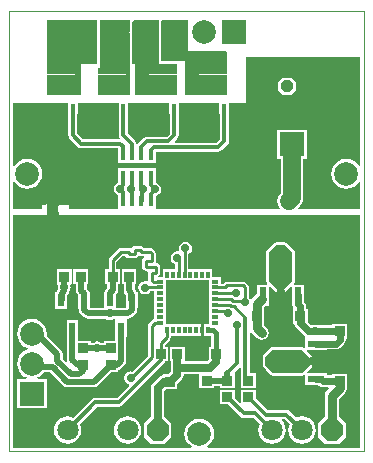
<source format=gtl>
G04*
G04 #@! TF.GenerationSoftware,Altium Limited,Altium Designer,20.1.11 (218)*
G04*
G04 Layer_Physical_Order=1*
G04 Layer_Color=255*
%FSLAX44Y44*%
%MOMM*%
G71*
G04*
G04 #@! TF.SameCoordinates,7590A8BC-6F61-42B1-8E90-CD4C0DD3AB11*
G04*
G04*
G04 #@! TF.FilePolarity,Positive*
G04*
G01*
G75*
%ADD10C,0.2500*%
%ADD15C,0.1000*%
%ADD16R,0.8500X0.8500*%
%ADD17R,0.8500X0.8500*%
%ADD18R,0.6000X1.0000*%
%ADD19R,1.4000X0.6000*%
%ADD20R,1.2000X0.6500*%
%ADD21R,0.6000X1.4000*%
%ADD22R,0.6500X1.2000*%
%ADD23R,0.4200X0.5400*%
%ADD24R,0.4200X0.7000*%
%ADD25R,0.4500X0.8500*%
%ADD26R,3.4500X3.4500*%
%ADD27R,0.6000X0.3000*%
%ADD28R,0.3000X0.6000*%
%ADD29R,2.3700X1.7100*%
%ADD53R,1.0000X0.5000*%
%ADD54C,0.5800*%
%ADD55C,0.6500*%
%ADD56C,1.5000*%
%ADD57C,0.8000*%
%ADD58C,0.5000*%
%ADD59C,0.7000*%
%ADD60C,0.4000*%
%ADD61C,0.3400*%
%ADD62C,0.3500*%
%ADD63C,2.0000*%
%ADD64R,2.0000X2.0000*%
%ADD65C,1.8000*%
%ADD66P,1.9483X8X202.5*%
%ADD67P,1.0824X8X202.5*%
%ADD68C,1.0000*%
%ADD69R,2.0000X2.0000*%
%ADD70C,0.7000*%
G36*
X74211Y328257D02*
X60327D01*
Y302000D01*
X55595D01*
Y319100D01*
X31895D01*
Y365313D01*
X74211D01*
Y328257D01*
D02*
G37*
G36*
X150750Y365063D02*
Y338871D01*
X183273D01*
X183995Y338149D01*
Y319100D01*
X160295D01*
Y302000D01*
X148250D01*
Y330831D01*
X128539D01*
Y364277D01*
X129439Y365173D01*
X150750Y365063D01*
D02*
G37*
G36*
X126500Y328344D02*
X141595D01*
Y319100D01*
X117895D01*
Y302000D01*
X116625Y302000D01*
X106454D01*
X106366Y328344D01*
X103862D01*
X103812Y353631D01*
X103786Y353761D01*
X103795Y353894D01*
X103649Y355000D01*
X103789Y356066D01*
X103780Y356202D01*
X103807Y356336D01*
X103792Y363918D01*
X105059Y365188D01*
X126500D01*
Y328344D01*
D02*
G37*
G36*
X101750Y365188D02*
X101768Y356332D01*
X101592Y355000D01*
X101773Y353627D01*
X101873Y302899D01*
X100976Y302000D01*
X98595D01*
Y319100D01*
X76250D01*
Y365313D01*
X101625D01*
X101750Y365188D01*
D02*
G37*
G36*
X92400Y285500D02*
X92677D01*
Y267732D01*
X92968Y266269D01*
X93431Y265575D01*
X92767Y264305D01*
X62108D01*
X57323Y269090D01*
Y285500D01*
X57600D01*
Y294750D01*
X92400D01*
Y285500D01*
D02*
G37*
G36*
X177800D02*
X178077D01*
Y264122D01*
X175316Y261362D01*
X140422D01*
X139936Y262535D01*
X142204Y264802D01*
X143032Y266043D01*
X143323Y267506D01*
Y285500D01*
X143600D01*
Y294750D01*
X177800D01*
Y285500D01*
D02*
G37*
G36*
X135400D02*
X135677D01*
Y269090D01*
X132948Y266362D01*
X116288D01*
X114825Y266070D01*
X113584Y265242D01*
X109046Y260704D01*
X108843Y260400D01*
X108163Y260444D01*
X107961Y260530D01*
X107527Y260716D01*
X107282Y261945D01*
X106454Y263185D01*
X100323Y269315D01*
Y285500D01*
X100600D01*
Y294750D01*
X135400D01*
Y285500D01*
D02*
G37*
G36*
X296941Y242021D02*
X295671Y241626D01*
X293915Y243915D01*
X291304Y245919D01*
X288263Y247178D01*
X285000Y247608D01*
X281737Y247178D01*
X278696Y245919D01*
X276085Y243915D01*
X274081Y241304D01*
X272822Y238263D01*
X272392Y235000D01*
X272822Y231737D01*
X274081Y228696D01*
X276085Y226085D01*
X278696Y224081D01*
X281737Y222822D01*
X285000Y222392D01*
X288263Y222822D01*
X291304Y224081D01*
X293915Y226085D01*
X295671Y228374D01*
X296941Y227979D01*
Y205000D01*
X244847D01*
X244321Y206270D01*
X245975Y207924D01*
X247498Y209909D01*
X248456Y212220D01*
X248782Y214700D01*
Y247500D01*
X251700D01*
Y272500D01*
X226700D01*
Y247500D01*
X229618D01*
Y218637D01*
X228202Y216791D01*
X227245Y214480D01*
X226918Y212000D01*
X227245Y209520D01*
X228202Y207209D01*
X228922Y206270D01*
X228296Y205000D01*
X125313D01*
X124250Y205500D01*
X124250Y206270D01*
Y216582D01*
X125051Y216742D01*
X126870Y217957D01*
X128085Y219776D01*
X128512Y221922D01*
X128085Y224069D01*
X126870Y225888D01*
X125051Y227103D01*
X124000Y227312D01*
Y239500D01*
X91500D01*
Y227361D01*
X89785Y226215D01*
X88569Y224396D01*
X88142Y222250D01*
X88569Y220104D01*
X89785Y218285D01*
X91500Y217139D01*
Y206270D01*
X91500Y205500D01*
X90437Y205000D01*
X51117D01*
X49968Y206220D01*
Y209000D01*
X42779D01*
X42205Y209384D01*
X41424Y209539D01*
X31424D01*
X30644Y209384D01*
X30069Y209000D01*
X27915D01*
Y205000D01*
X3059D01*
Y227979D01*
X4329Y228374D01*
X6085Y226085D01*
X8696Y224081D01*
X11737Y222822D01*
X15000Y222392D01*
X18263Y222822D01*
X21304Y224081D01*
X23915Y226085D01*
X25919Y228696D01*
X27178Y231737D01*
X27608Y235000D01*
X27178Y238263D01*
X25919Y241304D01*
X23915Y243915D01*
X21304Y245919D01*
X18263Y247178D01*
X15000Y247608D01*
X11737Y247178D01*
X8696Y245919D01*
X6085Y243915D01*
X4329Y241626D01*
X3059Y242021D01*
Y294750D01*
X49400D01*
Y285500D01*
X49677D01*
Y267506D01*
X49968Y266043D01*
X50796Y264802D01*
X57821Y257778D01*
X59061Y256949D01*
X60524Y256658D01*
X91500D01*
Y244500D01*
X124250D01*
Y253715D01*
X176900D01*
X178363Y254006D01*
X179604Y254834D01*
X184604Y259834D01*
X185432Y261075D01*
X185723Y262538D01*
Y285500D01*
X186000D01*
Y294750D01*
X200069D01*
Y333657D01*
X296941D01*
Y242021D01*
D02*
G37*
G36*
X41424Y202500D02*
X31424D01*
Y207500D01*
X41424D01*
Y202500D01*
D02*
G37*
G36*
X296941Y3059D02*
X167779D01*
X167379Y4329D01*
X169665Y6083D01*
X171669Y8694D01*
X172928Y11735D01*
X173358Y14998D01*
X172928Y18261D01*
X171669Y21302D01*
X169665Y23913D01*
X167054Y25917D01*
X164013Y27176D01*
X160750Y27606D01*
X157487Y27176D01*
X154446Y25917D01*
X151835Y23913D01*
X149831Y21302D01*
X148572Y18261D01*
X148142Y14998D01*
X148572Y11735D01*
X149831Y8694D01*
X151835Y6083D01*
X154121Y4329D01*
X153721Y3059D01*
X3059D01*
Y200000D01*
X296941D01*
Y3059D01*
D02*
G37*
%LPC*%
G36*
X238750Y316500D02*
X231250D01*
X227500Y312750D01*
Y305250D01*
X231250Y301500D01*
X238750D01*
X242500Y305250D01*
Y312750D01*
X238750Y316500D01*
D02*
G37*
G36*
X149000Y177608D02*
X146854Y177181D01*
X145035Y175965D01*
X143819Y174146D01*
X143392Y172000D01*
X143742Y170244D01*
X143076Y169353D01*
X142766Y169144D01*
X142000Y169296D01*
X139854Y168869D01*
X138035Y167654D01*
X136819Y165834D01*
X136392Y163688D01*
X136819Y161542D01*
X138035Y159723D01*
X139854Y158507D01*
X139901Y158498D01*
Y154750D01*
X129750D01*
Y147250D01*
X126136D01*
X125751Y148520D01*
X126333Y148909D01*
X127051Y149984D01*
X127303Y151252D01*
Y156292D01*
X127051Y157560D01*
X126333Y158635D01*
X125258Y159353D01*
X124625Y159479D01*
X123935Y159853D01*
X123707Y160875D01*
X123797Y161332D01*
Y167535D01*
X123545Y168804D01*
X122827Y169879D01*
X122740Y169965D01*
X122740Y169965D01*
X121362Y171343D01*
X120287Y172061D01*
X119019Y172314D01*
X113926D01*
X113364Y173154D01*
X112289Y173873D01*
X111021Y174125D01*
X105981D01*
X104713Y173873D01*
X103638Y173154D01*
X102920Y172079D01*
X102464Y171891D01*
X102209Y172061D01*
X100941Y172314D01*
X94335D01*
X93067Y172061D01*
X91992Y171343D01*
X84921Y164272D01*
X84203Y163197D01*
X83950Y161929D01*
Y154250D01*
X81014D01*
Y141750D01*
X82676D01*
Y138151D01*
X82020Y137494D01*
X81025Y136006D01*
X80825Y135000D01*
X79764D01*
Y121338D01*
X68081D01*
X67839Y121579D01*
Y127437D01*
X67827Y127500D01*
Y134861D01*
X67163D01*
X66935Y136006D01*
X65940Y137494D01*
X65423Y138012D01*
Y141611D01*
X66577D01*
Y154111D01*
X54077D01*
Y141611D01*
X56247D01*
Y136111D01*
X56596Y134355D01*
X57591Y132867D01*
X57827Y132631D01*
Y120861D01*
X58663D01*
Y119679D01*
X59012Y117923D01*
X60007Y116435D01*
X62936Y113506D01*
X64424Y112511D01*
X66180Y112162D01*
X81967D01*
X82854Y111569D01*
X85000Y111142D01*
X87146Y111569D01*
X87783Y111995D01*
X89114Y111668D01*
X89264Y111000D01*
X89264Y110892D01*
Y97000D01*
X89676D01*
Y93750D01*
X79714D01*
Y92019D01*
X77329D01*
X76441Y92611D01*
X74296Y93038D01*
X72150Y92611D01*
X71262Y92019D01*
X68877D01*
Y93611D01*
X57915D01*
Y96861D01*
X58327D01*
Y110861D01*
X48327D01*
Y96861D01*
X48739D01*
Y77692D01*
X49012Y76320D01*
X47841Y75694D01*
X45088Y78447D01*
Y82750D01*
X44739Y84506D01*
X43744Y85994D01*
X31894Y97845D01*
X31407Y98171D01*
X31608Y99700D01*
X31178Y102963D01*
X29919Y106004D01*
X27915Y108615D01*
X25304Y110619D01*
X22263Y111878D01*
X19000Y112308D01*
X15737Y111878D01*
X12696Y110619D01*
X10085Y108615D01*
X8081Y106004D01*
X6822Y102963D01*
X6392Y99700D01*
X6822Y96437D01*
X8081Y93396D01*
X10085Y90785D01*
X12696Y88781D01*
X15423Y87652D01*
X15423Y87650D01*
Y86350D01*
X15423Y86348D01*
X12696Y85219D01*
X10085Y83215D01*
X8081Y80604D01*
X6822Y77563D01*
X6392Y74300D01*
X6822Y71037D01*
X8081Y67996D01*
X10085Y65385D01*
X12696Y63381D01*
X14413Y62670D01*
X14160Y61400D01*
X6500D01*
Y36400D01*
X31500D01*
Y61400D01*
X23839D01*
X23587Y62670D01*
X25304Y63381D01*
X27915Y65385D01*
X29033Y66842D01*
X34524D01*
X45860Y55506D01*
X47348Y54511D01*
X49104Y54162D01*
X71482D01*
X73238Y54511D01*
X74727Y55506D01*
X80387Y61167D01*
X80927Y61974D01*
X86203Y67250D01*
X92214D01*
Y69087D01*
X93091Y69261D01*
X94579Y70256D01*
X97508Y73185D01*
X98503Y74673D01*
X98852Y76429D01*
Y97000D01*
X99264D01*
Y110892D01*
X99264Y111000D01*
X99525Y112162D01*
X100550D01*
X102305Y112511D01*
X103794Y113506D01*
X107008Y116720D01*
X108003Y118209D01*
X108352Y119965D01*
Y121000D01*
X108764D01*
Y135000D01*
X107703D01*
X107503Y136006D01*
X106508Y137494D01*
X105852Y138151D01*
Y141750D01*
X107514D01*
Y154250D01*
X95014D01*
Y141750D01*
X96676D01*
Y136250D01*
X97025Y134494D01*
X98020Y133006D01*
X98676Y132350D01*
Y128500D01*
X98764Y128057D01*
Y121453D01*
X98649Y121338D01*
X89764D01*
Y128057D01*
X89852Y128500D01*
Y132350D01*
X90508Y133006D01*
X91503Y134494D01*
X91852Y136250D01*
Y141750D01*
X93514D01*
Y154250D01*
X90578D01*
Y160556D01*
X95708Y165686D01*
X97834D01*
X97880Y165458D01*
X98598Y164383D01*
X99673Y163665D01*
X100941Y163412D01*
X105981D01*
X107249Y163665D01*
X108324Y164383D01*
X109042Y165458D01*
X110358Y165818D01*
X111021Y165686D01*
X114219D01*
X114344Y164416D01*
X114228Y164393D01*
X113153Y163675D01*
X112435Y162600D01*
X112183Y161332D01*
Y156292D01*
X112435Y155024D01*
X113153Y153949D01*
X114228Y153230D01*
X115497Y152978D01*
X116317D01*
X117261Y151708D01*
X117170Y151252D01*
Y145000D01*
X117188Y144910D01*
X116104Y143849D01*
X114756Y144117D01*
X112610Y143690D01*
X110790Y142474D01*
X109575Y140655D01*
X109148Y138509D01*
X109575Y136363D01*
X110790Y134544D01*
X112610Y133328D01*
X114756Y132901D01*
X116902Y133328D01*
X118721Y134544D01*
X119317Y135436D01*
X122250D01*
Y130250D01*
Y120250D01*
Y111933D01*
X121637Y111811D01*
X120562Y111093D01*
X118040Y108572D01*
X117322Y107497D01*
X117069Y106228D01*
Y81131D01*
X103519Y67580D01*
X102750Y67733D01*
X100604Y67306D01*
X98785Y66090D01*
X97569Y64271D01*
X97142Y62125D01*
X97569Y59979D01*
X98785Y58159D01*
X100604Y56944D01*
X100807Y56904D01*
X101176Y55688D01*
X90948Y45461D01*
X72801D01*
X71338Y45170D01*
X70098Y44341D01*
X54142Y28385D01*
X52166Y29204D01*
X49164Y29599D01*
X46162Y29204D01*
X43365Y28045D01*
X40962Y26202D01*
X39119Y23800D01*
X37960Y21002D01*
X37565Y18000D01*
X37960Y14998D01*
X39119Y12200D01*
X40962Y9798D01*
X43365Y7955D01*
X46162Y6796D01*
X49164Y6401D01*
X52166Y6796D01*
X54964Y7955D01*
X57366Y9798D01*
X59209Y12200D01*
X60368Y14998D01*
X60763Y18000D01*
X60368Y21002D01*
X59549Y22978D01*
X74385Y37814D01*
X92532D01*
X93995Y38105D01*
X95236Y38934D01*
X130954Y74651D01*
X131782Y75892D01*
X131854Y76250D01*
X134500D01*
Y88750D01*
X131564D01*
Y90414D01*
X135593Y94444D01*
X136311Y95519D01*
X136564Y96787D01*
Y97750D01*
X161750D01*
Y107750D01*
X132250D01*
Y115250D01*
Y125250D01*
Y135250D01*
Y144750D01*
X169250D01*
Y140250D01*
Y130250D01*
Y120250D01*
Y107750D01*
X164750D01*
Y97750D01*
X170672D01*
Y88750D01*
X168500D01*
Y77531D01*
X167577Y76608D01*
X148500D01*
Y88750D01*
X136000D01*
Y76250D01*
X136642D01*
Y71257D01*
X136392Y70000D01*
Y67323D01*
X134319Y65250D01*
X129750D01*
Y64412D01*
X128586Y64181D01*
X126767Y62965D01*
X121399Y57597D01*
X120183Y55778D01*
X119756Y53632D01*
Y29500D01*
X119614D01*
X113864Y23750D01*
Y12250D01*
X119614Y6500D01*
X131114D01*
X136864Y12250D01*
Y23750D01*
X131114Y29500D01*
X130972D01*
Y51309D01*
X132413Y52750D01*
X142250D01*
Y57319D01*
X145965Y61035D01*
X147181Y62854D01*
X147608Y65000D01*
Y65392D01*
X160556D01*
Y53750D01*
X173056D01*
Y55412D01*
X178232D01*
Y53750D01*
X190732D01*
Y66250D01*
X190732Y66250D01*
X190732D01*
X191063Y67424D01*
X194639Y70999D01*
X195909Y70473D01*
Y62500D01*
X195982Y62131D01*
Y53750D01*
X208482D01*
Y66250D01*
X203556D01*
Y100289D01*
X204826Y100675D01*
X205319Y99936D01*
X209174Y96081D01*
X211159Y94755D01*
X213500Y94289D01*
X215841Y94755D01*
X217826Y96081D01*
X219152Y98066D01*
X219618Y100407D01*
X219152Y102748D01*
X217826Y104733D01*
X215763Y106796D01*
Y114250D01*
X215713Y114500D01*
X215763Y114750D01*
Y122611D01*
X216152Y123000D01*
X219500D01*
Y128409D01*
X219618Y129000D01*
X219500Y129591D01*
Y139320D01*
X220770Y139846D01*
X225058Y135558D01*
X225720Y135116D01*
X226500Y134961D01*
X232500D01*
X233280Y135116D01*
X233942Y135558D01*
X238230Y139846D01*
X239500Y139320D01*
Y123000D01*
X239768D01*
X240430Y121937D01*
X239995Y120750D01*
X239995D01*
Y108250D01*
X241165D01*
X241549Y106318D01*
X242710Y104581D01*
X244231Y103565D01*
X249578Y98217D01*
X250622Y97520D01*
X250500Y96250D01*
X250500D01*
Y87930D01*
X249230Y87404D01*
X248942Y87692D01*
X248942Y87692D01*
X248280Y88134D01*
X247500Y88289D01*
X222500D01*
X222422Y88274D01*
X222344Y88283D01*
X222035Y88197D01*
X221720Y88134D01*
X221654Y88090D01*
X221577Y88069D01*
X221325Y87870D01*
X221058Y87692D01*
X221014Y87626D01*
X220952Y87577D01*
X214952Y80577D01*
X214795Y80297D01*
X214616Y80030D01*
X214601Y79953D01*
X214562Y79884D01*
X214524Y79565D01*
X214461Y79250D01*
Y73250D01*
X214524Y72935D01*
X214562Y72617D01*
X214601Y72547D01*
X214616Y72470D01*
X214795Y72203D01*
X214952Y71923D01*
X220952Y64923D01*
X221014Y64874D01*
X221058Y64808D01*
X221325Y64630D01*
X221577Y64432D01*
X221654Y64410D01*
X221720Y64366D01*
X222035Y64303D01*
X222344Y64217D01*
X222422Y64226D01*
X222500Y64211D01*
X247500D01*
X248280Y64366D01*
X248942Y64808D01*
X248942Y64808D01*
X249230Y65096D01*
X250500Y64570D01*
Y56250D01*
X261435D01*
X261967Y55717D01*
X263588Y54634D01*
X265500Y54254D01*
X269811D01*
X270297Y53081D01*
X268774Y51558D01*
X267448Y49573D01*
X266982Y47232D01*
Y29132D01*
X261600Y23750D01*
Y12250D01*
X267350Y6500D01*
X278850D01*
X284600Y12250D01*
Y23750D01*
X279218Y29132D01*
Y44698D01*
X283826Y49306D01*
X285152Y51291D01*
X285492Y53000D01*
X285750D01*
Y65500D01*
X273250D01*
Y64246D01*
X268500D01*
Y66250D01*
X252180D01*
X251654Y67520D01*
X255942Y71808D01*
X256384Y72470D01*
X256539Y73250D01*
Y79250D01*
X256384Y80030D01*
X255942Y80692D01*
X251654Y84980D01*
X252180Y86250D01*
X268500D01*
Y86254D01*
X276149D01*
X278061Y86634D01*
X279682Y87717D01*
X283033Y91068D01*
X284116Y92689D01*
X284496Y94601D01*
Y95500D01*
X285750D01*
Y108000D01*
X273250D01*
Y106746D01*
X260823D01*
X260546Y106931D01*
X258400Y107358D01*
X256254Y106931D01*
X255977Y106746D01*
X255180D01*
X252495Y109432D01*
Y120750D01*
X251241D01*
Y123000D01*
X250861Y124912D01*
X249778Y126533D01*
X249596Y126714D01*
Y131900D01*
X249500Y132382D01*
Y141000D01*
X241180D01*
X240654Y142270D01*
X240942Y142558D01*
X240942Y142558D01*
X241384Y143220D01*
X241539Y144000D01*
Y169000D01*
X241524Y169078D01*
X241533Y169156D01*
X241447Y169466D01*
X241384Y169780D01*
X241340Y169846D01*
X241319Y169923D01*
X241120Y170175D01*
X240942Y170442D01*
X240876Y170486D01*
X240827Y170548D01*
X233827Y176548D01*
X233547Y176705D01*
X233280Y176884D01*
X233203Y176899D01*
X233134Y176938D01*
X232815Y176977D01*
X232500Y177039D01*
X226500D01*
X226185Y176977D01*
X225866Y176938D01*
X225797Y176899D01*
X225720Y176884D01*
X225453Y176705D01*
X225173Y176548D01*
X218173Y170548D01*
X218124Y170486D01*
X218058Y170442D01*
X217880Y170175D01*
X217681Y169923D01*
X217660Y169846D01*
X217616Y169780D01*
X217553Y169466D01*
X217467Y169156D01*
X217476Y169078D01*
X217461Y169000D01*
Y144000D01*
X217616Y143220D01*
X218058Y142558D01*
X218058Y142558D01*
X218346Y142270D01*
X217820Y141000D01*
X209500D01*
Y133543D01*
X209174Y133326D01*
X205319Y129471D01*
X205270Y129397D01*
X203743Y129397D01*
X203196Y130215D01*
X202790Y130487D01*
Y138750D01*
X202537Y140018D01*
X201819Y141093D01*
X200069Y142843D01*
X198994Y143561D01*
X197726Y143814D01*
X184075D01*
X182807Y143561D01*
X181732Y142843D01*
X180952Y142064D01*
X179250D01*
Y147250D01*
X171750D01*
Y154750D01*
X151564D01*
Y167098D01*
X152965Y168035D01*
X154181Y169854D01*
X154608Y172000D01*
X154181Y174146D01*
X152965Y175965D01*
X151146Y177181D01*
X149000Y177608D01*
D02*
G37*
G36*
X52577Y154111D02*
X40077D01*
Y141611D01*
X40212D01*
X41035Y140341D01*
X40719Y138750D01*
X41016Y137256D01*
X40088Y135867D01*
X39888Y134861D01*
X38827D01*
Y120861D01*
X48827D01*
Y127918D01*
X48915Y128361D01*
Y132211D01*
X49571Y132867D01*
X50566Y134355D01*
X50803Y135550D01*
X51508Y136604D01*
X51934Y138750D01*
X51618Y140341D01*
X52441Y141611D01*
X52577D01*
Y154111D01*
D02*
G37*
G36*
X208482Y52250D02*
X195982D01*
Y41494D01*
X194809Y41008D01*
X190732Y45085D01*
Y52250D01*
X178232D01*
Y39750D01*
X185397D01*
X195693Y29454D01*
X196917Y28636D01*
X198361Y28349D01*
X198361Y28349D01*
X206616D01*
X211936Y23029D01*
X211096Y21002D01*
X210701Y18000D01*
X211096Y14998D01*
X212255Y12200D01*
X214098Y9798D01*
X216500Y7955D01*
X219298Y6796D01*
X222300Y6401D01*
X225302Y6796D01*
X228100Y7955D01*
X230502Y9798D01*
X232345Y12200D01*
X233504Y14998D01*
X233899Y18000D01*
X233504Y21002D01*
X232345Y23800D01*
X230536Y26158D01*
X230604Y26615D01*
X230880Y27427D01*
X232938D01*
X237336Y23029D01*
X236496Y21002D01*
X236101Y18000D01*
X236496Y14998D01*
X237655Y12200D01*
X239498Y9798D01*
X241901Y7955D01*
X244698Y6796D01*
X247700Y6401D01*
X250702Y6796D01*
X253500Y7955D01*
X255902Y9798D01*
X257745Y12200D01*
X258904Y14998D01*
X259299Y18000D01*
X258904Y21002D01*
X257745Y23800D01*
X255902Y26202D01*
X253500Y28045D01*
X250702Y29204D01*
X247700Y29599D01*
X244698Y29204D01*
X242671Y28364D01*
X237168Y33867D01*
X235944Y34685D01*
X234500Y34973D01*
X234500Y34973D01*
X218595D01*
X208482Y45085D01*
Y52250D01*
D02*
G37*
G36*
X99964Y29599D02*
X96962Y29204D01*
X94164Y28045D01*
X91762Y26202D01*
X89919Y23800D01*
X88760Y21002D01*
X88365Y18000D01*
X88760Y14998D01*
X89919Y12200D01*
X91762Y9798D01*
X94164Y7955D01*
X96962Y6796D01*
X99964Y6401D01*
X102966Y6796D01*
X105764Y7955D01*
X108166Y9798D01*
X110009Y12200D01*
X111168Y14998D01*
X111563Y18000D01*
X111168Y21002D01*
X110009Y23800D01*
X108166Y26202D01*
X105764Y28045D01*
X102966Y29204D01*
X99964Y29599D01*
D02*
G37*
%LPD*%
G36*
X239500Y169000D02*
Y144000D01*
X232500Y137000D01*
X226500D01*
X219500Y144000D01*
Y169000D01*
X226500Y175000D01*
X232500D01*
X239500Y169000D01*
D02*
G37*
G36*
X254500Y79250D02*
Y73250D01*
X247500Y66250D01*
X222500D01*
X216500Y73250D01*
Y79250D01*
X222500Y86250D01*
X247500D01*
X254500Y79250D01*
D02*
G37*
D10*
X120484Y147353D02*
Y151252D01*
X123990D01*
Y156292D01*
X115497D02*
X123990D01*
X115497D02*
Y161332D01*
X120484D01*
Y167535D01*
X120397Y167622D02*
X120484Y167535D01*
X119019Y169000D02*
X120397Y167622D01*
X120484Y145000D02*
Y147353D01*
X111021Y169000D02*
X118795D01*
X111021D02*
Y170811D01*
X105981D02*
X111021D01*
X105981Y166726D02*
Y170811D01*
X100941Y166726D02*
X105981D01*
X100941D02*
Y169000D01*
X94651D02*
X100941D01*
X118795D02*
X119019D01*
X94335D02*
X94651D01*
X87264Y161929D02*
X94335Y169000D01*
X87264Y148000D02*
Y161929D01*
X102750Y62125D02*
X120383Y79758D01*
Y106228D02*
X122905Y108750D01*
X120383Y79758D02*
Y106228D01*
X122905Y108750D02*
X127250D01*
X128250Y82500D02*
Y91787D01*
X133250Y96787D02*
Y102750D01*
X128250Y91787D02*
X133250Y96787D01*
X114756Y138509D02*
X114996Y138750D01*
X127250D01*
X121734Y143750D02*
X127250D01*
X120484Y145000D02*
X121734Y143750D01*
X189734Y123000D02*
X199732Y113001D01*
X186589Y123750D02*
X187339Y123000D01*
X189734D01*
X174250Y123750D02*
X186589D01*
X181532Y118750D02*
X183532Y116750D01*
X184750D01*
X199476Y128464D02*
Y138750D01*
X187500Y128750D02*
X189250Y127000D01*
X198011D01*
X174250Y128750D02*
X187500D01*
X174250Y118750D02*
X181532D01*
X174250Y133750D02*
X191500D01*
X184075Y140500D02*
X197726D01*
X199476Y138750D01*
X174250D02*
X182325D01*
X184075Y140500D01*
X148250Y149750D02*
Y171250D01*
X149000Y172000D01*
X143215Y149785D02*
Y162474D01*
X142000Y163688D02*
X143215Y162474D01*
Y149785D02*
X143250Y149750D01*
D15*
X0Y0D02*
X300000D01*
X0D02*
Y372500D01*
X300000Y0D02*
Y372500D01*
X0D02*
X300000D01*
D16*
X279500Y59250D02*
D03*
Y73250D02*
D03*
Y101750D02*
D03*
Y115750D02*
D03*
X62627Y87361D02*
D03*
Y73361D02*
D03*
X85964Y87500D02*
D03*
Y73500D02*
D03*
X136000Y59000D02*
D03*
Y45000D02*
D03*
X166806Y60000D02*
D03*
Y46000D02*
D03*
X184482D02*
D03*
Y60000D02*
D03*
X202232Y46000D02*
D03*
Y60000D02*
D03*
D17*
X246245Y114500D02*
D03*
X260245D02*
D03*
X142250Y82500D02*
D03*
X128250D02*
D03*
X174750D02*
D03*
X160750D02*
D03*
X209395Y114500D02*
D03*
X223395D02*
D03*
X87264Y148000D02*
D03*
X101264D02*
D03*
X46327Y147861D02*
D03*
X60327D02*
D03*
D18*
X94264Y104000D02*
D03*
X84764Y128000D02*
D03*
X103764D02*
D03*
X53327Y103861D02*
D03*
X43827Y127861D02*
D03*
X62827D02*
D03*
D19*
X259500Y61250D02*
D03*
Y91250D02*
D03*
D20*
X260500Y76250D02*
D03*
D21*
X214500Y132000D02*
D03*
X244500D02*
D03*
D22*
X229500Y131000D02*
D03*
D23*
X162400Y321800D02*
D03*
X168900D02*
D03*
X175400D02*
D03*
X181900D02*
D03*
X120000D02*
D03*
X126500D02*
D03*
X133000D02*
D03*
X139500D02*
D03*
X77000D02*
D03*
X83500D02*
D03*
X90000D02*
D03*
X96500D02*
D03*
X34000D02*
D03*
X40500D02*
D03*
X47000D02*
D03*
X53500D02*
D03*
D24*
X181900Y291000D02*
D03*
X175400D02*
D03*
X168900D02*
D03*
X162400D02*
D03*
X139500D02*
D03*
X133000D02*
D03*
X126500D02*
D03*
X120000D02*
D03*
X96500D02*
D03*
X90000D02*
D03*
X83500D02*
D03*
X77000D02*
D03*
X53500D02*
D03*
X47000D02*
D03*
X40500D02*
D03*
X34000D02*
D03*
D25*
X103750Y233250D02*
D03*
X95750D02*
D03*
X111750D02*
D03*
X119750D02*
D03*
X120000Y250750D02*
D03*
X111750D02*
D03*
X103750D02*
D03*
X95750D02*
D03*
Y211750D02*
D03*
X103750D02*
D03*
X111750D02*
D03*
X120000D02*
D03*
X119750Y194250D02*
D03*
X111750D02*
D03*
X95750D02*
D03*
X103750D02*
D03*
D26*
X150750Y126250D02*
D03*
D27*
X127250Y108750D02*
D03*
Y113750D02*
D03*
Y118750D02*
D03*
Y123750D02*
D03*
Y128750D02*
D03*
Y133750D02*
D03*
Y138750D02*
D03*
Y143750D02*
D03*
X174250D02*
D03*
Y138750D02*
D03*
Y133750D02*
D03*
Y128750D02*
D03*
Y123750D02*
D03*
Y118750D02*
D03*
Y113750D02*
D03*
Y108750D02*
D03*
D28*
X133250Y149750D02*
D03*
X138250D02*
D03*
X143250D02*
D03*
X148250D02*
D03*
X153250D02*
D03*
X158250D02*
D03*
X163250D02*
D03*
X168250D02*
D03*
X168250Y102750D02*
D03*
X163250D02*
D03*
X158250D02*
D03*
X153250D02*
D03*
X148250D02*
D03*
X143250D02*
D03*
X138250D02*
D03*
X133250D02*
D03*
D29*
X172145Y310550D02*
D03*
X129745D02*
D03*
X86745Y310550D02*
D03*
X43745Y310550D02*
D03*
D53*
X36424Y200000D02*
D03*
Y210000D02*
D03*
D54*
X246245Y114500D02*
Y123000D01*
X244500Y132000D02*
X244600Y131900D01*
Y124645D02*
Y131900D01*
Y124645D02*
X246245Y123000D01*
X258400Y101750D02*
X279500D01*
X253111D02*
X258400D01*
X265500Y59250D02*
X279500D01*
X263500Y61250D02*
X265500Y59250D01*
X259500Y61250D02*
X263500D01*
X246495Y108366D02*
X253111Y101750D01*
X276149Y91250D02*
X279500Y94601D01*
X259500Y91250D02*
X276149D01*
X279500Y94601D02*
Y101750D01*
D55*
X246245Y114500D02*
X246495Y114250D01*
Y108366D02*
Y114250D01*
D56*
X239200Y214700D02*
Y260000D01*
X236500Y212000D02*
X239200Y214700D01*
D57*
X279500Y53632D02*
Y59250D01*
X273100Y18000D02*
Y47232D01*
X279500Y53632D01*
X209395Y114500D02*
X209645Y114250D01*
Y104262D02*
Y114250D01*
Y104262D02*
X213500Y100407D01*
X209645Y114750D02*
Y125145D01*
X213500Y129000D01*
X209395Y114500D02*
X209645Y114750D01*
D58*
X85000Y116750D02*
X100550D01*
X66180D02*
X85000D01*
X77143Y64679D02*
X85964Y73500D01*
X77143Y64411D02*
Y64679D01*
X71482Y58750D02*
X77143Y64411D01*
X19000Y74300D02*
X21870Y71430D01*
X36424D01*
X49104Y58750D01*
X71482D01*
X62108Y72842D02*
X62627Y73361D01*
X40500Y76547D02*
Y82750D01*
X51796Y65250D02*
X59179D01*
X28649Y94601D02*
X40500Y82750D01*
X23059Y99700D02*
X28158Y94601D01*
X28649D01*
X62108Y68179D02*
Y72842D01*
X19000Y99700D02*
X23059D01*
X59179Y65250D02*
X62108Y68179D01*
X40500Y76547D02*
X51796Y65250D01*
X62827Y127861D02*
X63251Y127437D01*
X62696Y127992D02*
X62827Y127861D01*
X103764Y119965D02*
Y128000D01*
X100550Y116750D02*
X103764Y119965D01*
X63251Y119679D02*
X66180Y116750D01*
X63251Y119679D02*
Y127437D01*
X103264Y128500D02*
X103764Y128000D01*
X103264Y128500D02*
Y134250D01*
X101264Y136250D02*
X103264Y134250D01*
X101264Y136250D02*
Y148000D01*
X60327Y147861D02*
X60835Y147353D01*
Y136111D02*
Y147353D01*
Y136111D02*
X62696Y134250D01*
Y127992D02*
Y134250D01*
X46327Y138750D02*
Y147861D01*
Y136111D02*
Y138750D01*
X87264Y136250D02*
Y148000D01*
X74296Y87430D02*
X85895D01*
X62696D02*
X74296D01*
X62627Y87361D02*
X62696Y87430D01*
X85895D02*
X85964Y87500D01*
X43827Y127861D02*
X44327Y128361D01*
Y134111D01*
X46327Y136111D01*
X84764Y128000D02*
X85264Y128500D01*
Y134250D01*
X87264Y136250D01*
X94264Y76429D02*
Y104000D01*
X85964Y73500D02*
X91335D01*
X94264Y76429D01*
X53327Y77692D02*
X57657Y73361D01*
X53327Y77692D02*
Y103861D01*
X57657Y73361D02*
X62627D01*
X184482Y60000D02*
Y66250D01*
X166806Y60000D02*
X184482D01*
D59*
X142000Y65000D02*
Y70000D01*
X136000Y59000D02*
X142000Y65000D01*
X174750Y75851D02*
Y82500D01*
X169900Y71000D02*
X174750Y75851D01*
X142250Y71000D02*
X169900D01*
X142250D02*
Y82500D01*
X125364Y53632D02*
X130732Y59000D01*
X136000D01*
X125364Y18000D02*
Y53632D01*
D60*
X174750Y82500D02*
Y100407D01*
X169000Y102750D02*
X172407D01*
X174750Y100407D01*
D61*
X234500Y31200D02*
X247700Y18000D01*
X217032Y31200D02*
X234500D01*
X202232Y46000D02*
X217032Y31200D01*
X184482Y46000D02*
X198361Y32122D01*
X208178D01*
X222300Y18000D01*
D62*
X128250Y77355D02*
Y82500D01*
X92532Y41637D02*
X128250Y77355D01*
X72801Y41637D02*
X92532D01*
X49164Y18000D02*
X72801Y41637D01*
X184482Y66250D02*
X192982Y74750D01*
Y107112D01*
X199732Y62500D02*
Y113001D01*
Y62500D02*
X202232Y60000D01*
X122905Y221922D02*
Y222512D01*
X119750Y225667D02*
X122905Y222512D01*
X111825Y220128D02*
X112750Y221053D01*
X111750Y211750D02*
X111825Y211825D01*
Y220128D01*
X102750Y222000D02*
Y222947D01*
Y221053D02*
Y222000D01*
X122982Y221053D02*
Y222000D01*
X112750D02*
Y222947D01*
Y221053D02*
Y222000D01*
X111750Y250750D02*
Y258000D01*
X116288Y262538D02*
X134532D01*
X111750Y258000D02*
X116288Y262538D01*
X181900D02*
Y291000D01*
X122050Y257538D02*
X176900D01*
X181900Y262538D01*
X120000Y250750D02*
Y255488D01*
X122050Y257538D01*
X120000Y250750D02*
X120000Y250750D01*
X139500Y267506D02*
Y291000D01*
X134532Y262538D02*
X139500Y267506D01*
X60524Y260482D02*
X93700D01*
X95750Y250750D02*
Y258431D01*
X93700Y260482D02*
X95750Y258431D01*
X53500Y267506D02*
X60524Y260482D01*
X53500Y267506D02*
Y291000D01*
X103750Y250750D02*
Y260482D01*
X96500Y267732D02*
Y291000D01*
Y267732D02*
X103750Y260482D01*
X103675Y211825D02*
X103750Y211750D01*
X103675Y211825D02*
Y220128D01*
X102750Y221053D02*
X103675Y220128D01*
X93750Y221303D02*
Y222250D01*
Y221303D02*
X95750Y219303D01*
Y211750D02*
Y219303D01*
X120000Y218071D02*
X122982Y221053D01*
X120000Y211750D02*
Y218071D01*
X111750Y223947D02*
Y233250D01*
Y223947D02*
X112750Y222947D01*
X119750Y225667D02*
Y233250D01*
X103750Y223947D02*
Y233250D01*
X102750Y222947D02*
X103750Y223947D01*
X95750Y225197D02*
Y233250D01*
X93750Y222250D02*
Y223197D01*
X95750Y225197D01*
D63*
X160750Y14998D02*
D03*
X15000Y235000D02*
D03*
X285000D02*
D03*
X63400Y355000D02*
D03*
X139600D02*
D03*
X165000D02*
D03*
X114200D02*
D03*
X88800D02*
D03*
X213800Y260000D02*
D03*
X19000Y99700D02*
D03*
Y74300D02*
D03*
Y125100D02*
D03*
D64*
X190400Y355000D02*
D03*
X239200Y260000D02*
D03*
D65*
X49164Y18000D02*
D03*
X74564D02*
D03*
X99964D02*
D03*
X196900D02*
D03*
X222300D02*
D03*
X247700D02*
D03*
D66*
X125364D02*
D03*
X273100D02*
D03*
D67*
X236500Y212000D02*
D03*
X235000Y309000D02*
D03*
D68*
X216500Y212000D02*
D03*
X215000Y309000D02*
D03*
D69*
X19000Y48900D02*
D03*
D70*
X258400Y101750D02*
D03*
X85000Y116750D02*
D03*
X142000Y70000D02*
D03*
X213500Y100407D02*
D03*
X102750Y62125D02*
D03*
X114756Y138509D02*
D03*
X46327Y138750D02*
D03*
X74296Y87430D02*
D03*
X192982Y107112D02*
D03*
X199231Y126250D02*
D03*
X184750Y116750D02*
D03*
X191500Y133750D02*
D03*
X122905Y221922D02*
D03*
X112750Y222000D02*
D03*
X149000Y172000D02*
D03*
X142000Y163688D02*
D03*
X165232Y271058D02*
D03*
X130982D02*
D03*
X157232D02*
D03*
X173232D02*
D03*
X130982Y279058D02*
D03*
X102750Y222000D02*
D03*
X93750Y222250D02*
D03*
X36982Y271058D02*
D03*
X71732D02*
D03*
X79732D02*
D03*
X114982D02*
D03*
X122982D02*
D03*
X36982Y279058D02*
D03*
X71732D02*
D03*
X79732D02*
D03*
X114982D02*
D03*
X122982D02*
D03*
X157232D02*
D03*
X173232D02*
D03*
X87732Y271058D02*
D03*
X28982D02*
D03*
X44982D02*
D03*
X87732Y279058D02*
D03*
X28982D02*
D03*
X44982D02*
D03*
X165232D02*
D03*
X163250Y138750D02*
D03*
X150750D02*
D03*
X138250D02*
D03*
X138250Y126250D02*
D03*
Y113750D02*
D03*
X150750D02*
D03*
X163250D02*
D03*
Y126250D02*
D03*
X150750D02*
D03*
M02*

</source>
